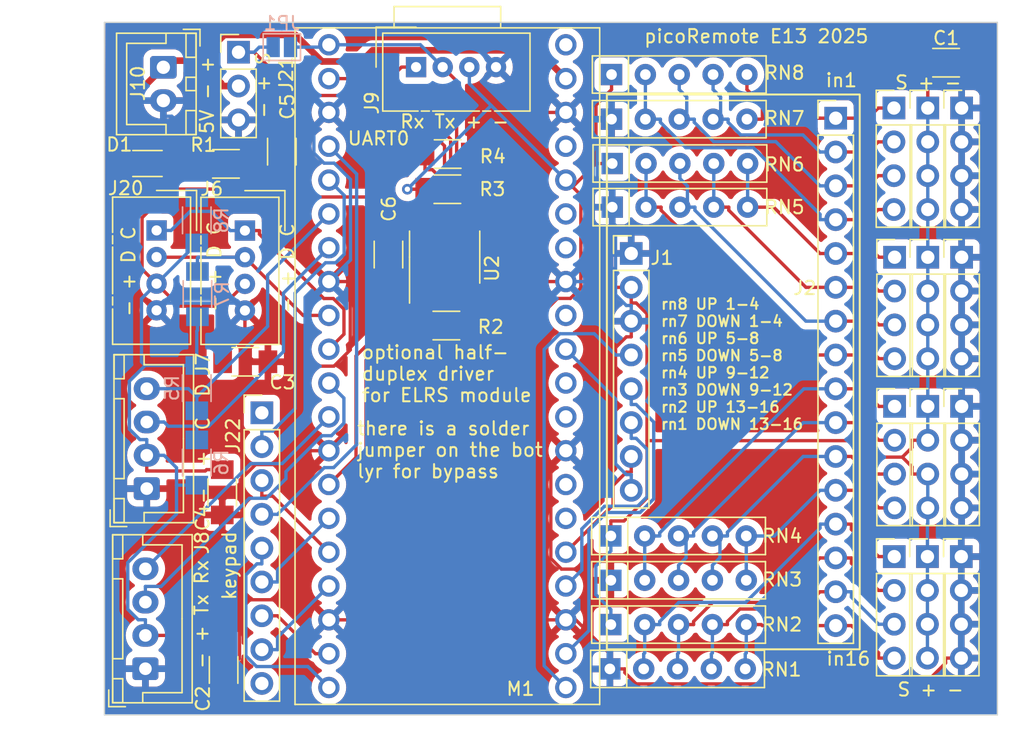
<source format=kicad_pcb>
(kicad_pcb (version 20221018) (generator pcbnew)
  (layers (0 "F.Cu" signal) (31 "B.Cu" signal) (34 "B.Paste" user) (35 "F.Paste" user) (36 "B.SilkS" user "B.Silkscreen") (37 "F.SilkS" user "F.Silkscreen") (38 "B.Mask" user) (39 "F.Mask" user) (44 "Edge.Cuts" user))
  (net 0 "")
  (net 1 "+3.3V")
  (net 2 "GND")
  (net 3 "Net-(D1-K)")
  (net 4 "+5V")
  (net 5 "Net-(J1-Pin_4)")
  (net 6 "Net-(J1-Pin_5)")
  (net 7 "Net-(J1-Pin_6)")
  (net 8 "Net-(J1-Pin_7)")
  (net 9 "Net-(J1-Pin_8)")
  (net 10 "Net-(J2-Pin_5)")
  (net 11 "Net-(J2-Pin_6)")
  (net 12 "Net-(J2-Pin_7)")
  (net 13 "Net-(J2-Pin_8)")
  (net 14 "Net-(J2-Pin_9)")
  (net 15 "Net-(J2-Pin_10)")
  (net 16 "Net-(J2-Pin_11)")
  (net 17 "Net-(J2-Pin_12)")
  (net 18 "Net-(J2-Pin_13)")
  (net 19 "Net-(J2-Pin_14)")
  (net 20 "Net-(J2-Pin_15)")
  (net 21 "Net-(J2-Pin_16)")
  (net 22 "/SCL")
  (net 23 "/SDA")
  (net 24 "/RF-RxD")
  (net 25 "/RF-TxD")
  (net 26 "/DMX-RxD")
  (net 27 "/DMX-TxD")
  (net 28 "Net-(J11-Pin_1)")
  (net 29 "Net-(J11-Pin_2)")
  (net 30 "Net-(J11-Pin_3)")
  (net 31 "Net-(J11-Pin_4)")
  (net 32 "/SDA1")
  (net 33 "/SCL1")
  (net 34 "Net-(J21-Pin_1)")
  (net 36 "/COL2")
  (net 37 "/ROW1")
  (net 47 "/COL1")
  (net 48 "/ROW4")
  (net 49 "/COL3")
  (net 50 "/ROW3")
  (net 51 "/ROW2")
  (net 53 "/RF-S{slash}R")
  (footprint "Connector_PinHeader_2.54mm:PinHeader_1x04_P2.54mm_Vertical" (layer "F.Cu") (at 132.8794 96.1644)
    (fp_text reference "J13" hide)
    (fp_text value "Conn_01x04")
  )
  (footprint "Connector:NS-Tech_Grove_1x04_P2mm_Vertical" (layer "F.Cu") (at 75.0128 94.1522)
    (fp_text reference "J20")
    (fp_text value "grove-ENCODER")
  )
  (footprint "fab:C_1206" (layer "F.Cu") (at 134.2528 81.5594)
    (fp_text reference "C1")
    (fp_text value "100n")
  )
  (footprint "Connector:NS-Tech_Grove_1x04_P2mm_Vertical" (layer "F.Cu") (at 81.6422 94.1644)
    (fp_text reference "J6")
    (fp_text value "grove-OLED")
  )
  (footprint "Connector_PinHeader_2.54mm:PinHeader_1x04_P2.54mm_Vertical" (layer "F.Cu") (at 132.8794 107.3658)
    (fp_text reference "J14" hide)
    (fp_text value "Conn_01x04")
  )
  (footprint "Connector_PinHeader_2.54mm:PinHeader_1x04_P2.54mm_Vertical" (layer "F.Cu") (at 135.394 118.6434)
    (fp_text reference "J19" hide)
    (fp_text value "Conn_01x04")
  )
  (footprint "Connector_JST:JST_XH_B4B-XH-A_1x04_P2.50mm_Vertical" (layer "F.Cu") (at 74.1746 127.0616 90)
    (fp_text reference "J8")
    (fp_text value "JST-RF")
  )
  (footprint "Connector_JST:JST_XH_B2B-XH-A_1x02_P2.50mm_Vertical" (layer "F.Cu") (at 75.5208 81.9042 -90)
    (fp_text reference "J10")
    (fp_text value "power")
  )
  (footprint "fab:RaspberryPi_PicoW_SocketTHT" (layer "F.Cu") (at 96.8314 104.3432)
    (fp_text reference "M1")
    (fp_text value "Module_RaspberryPi_PicoW_Combined")
  )
  (footprint "Connector_PinHeader_2.54mm:PinHeader_1x04_P2.54mm_Vertical" (layer "F.Cu") (at 135.4194 107.3658)
    (fp_text reference "J18" hide)
    (fp_text value "Conn_01x04")
  )
  (footprint "Resistor_THT:R_Array_SIP5" (layer "F.Cu") (at 109.1504 82.4484)
    (fp_text reference "RN8")
    (fp_text value "10k")
  )
  (footprint "Connector_PinHeader_2.54mm:PinHeader_1x04_P2.54mm_Vertical" (layer "F.Cu") (at 132.854 118.6434)
    (fp_text reference "J15" hide)
    (fp_text value "Conn_01x04")
  )
  (footprint "Package_SO:SSOP-8_3.9x5.05mm_P1.27mm" (layer "F.Cu") (at 96.6282 96.1564 90)
    (fp_text reference "U2")
    (fp_text value "74LVC2G241")
  )
  (footprint "fab:C_1206" (layer "F.Cu") (at 92.4118 95.963 -90)
    (fp_text reference "C6")
    (fp_text value "100n")
  )
  (footprint "fab:R_1206" (layer "F.Cu") (at 80.218 89.154)
    (fp_text reference "R1")
    (fp_text value "330R")
  )
  (footprint "Connector_PinHeader_2.54mm:PinHeader_1x04_P2.54mm_Vertical" (layer "F.Cu") (at 132.8794 84.963)
    (fp_text reference "J12" hide)
    (fp_text value "Conn_01x04")
  )
  (footprint "Resistor_THT:R_Array_SIP5" (layer "F.Cu") (at 109.0996 117.094)
    (fp_text reference "RN4")
    (fp_text value "10k")
  )
  (footprint "Connector:NS-Tech_Grove_1x04_P2mm_Vertical" (layer "F.Cu") (at 94.4824 81.8896 90)
    (fp_text reference "J9")
    (fp_text value "grove-serial")
  )
  (footprint "fab:R_1206" (layer "F.Cu") (at 96.757 101.2952)
    (fp_text reference "R2")
    (fp_text value "10k")
  )
  (footprint "Connector_PinHeader_2.54mm:PinHeader_1x04_P2.54mm_Vertical" (layer "F.Cu") (at 130.3902 96.1644)
    (fp_text reference "J3" hide)
    (fp_text value "Conn_01x04")
  )
  (footprint "Connector_JST:JST_XH_B4B-XH-A_1x04_P2.50mm_Vertical" (layer "F.Cu") (at 74.2762 113.538 90)
    (fp_text reference "J7")
    (fp_text value "JST-nunchuck")
  )
  (footprint "fab:LED_1206" (layer "F.Cu") (at 74.3288 89.154 180)
    (fp_text reference "D1")
    (fp_text value "LED")
  )
  (footprint "Connector_PinHeader_2.54mm:PinHeader_1x03_P2.54mm_Vertical" (layer "F.Cu") (at 81.1596 80.772)
    (fp_text reference "J21")
    (fp_text value "ELRS-out")
  )
  (footprint "Connector_PinHeader_2.54mm:PinHeader_1x09_P2.54mm_Vertical" (layer "F.Cu") (at 82.9122 107.8484)
    (fp_text reference "J22")
    (fp_text value "keypad")
  )
  (footprint "Connector_PinHeader_2.54mm:PinHeader_1x04_P2.54mm_Vertical" (layer "F.Cu") (at 135.4194 96.1644)
    (fp_text reference "J17" hide)
    (fp_text value "Conn_01x04")
  )
  (footprint "Resistor_THT:R_Array_SIP5" (layer "F.Cu") (at 109.0996 123.7488)
    (fp_text reference "RN2")
    (fp_text value "10k")
  )
  (footprint "Connector_PinHeader_2.54mm:PinHeader_1x16_P2.54mm_Vertical" (layer "F.Cu") (at 125.9706 85.725)
    (fp_text reference "J2")
    (fp_text value "multiplexer in")
  )
  (footprint "Resistor_THT:R_Array_SIP5" (layer "F.Cu") (at 109.2012 89.1286)
    (fp_text reference "RN6")
    (fp_text value "10k")
  )
  (footprint "Resistor_THT:R_Array_SIP5" (layer "F.Cu") (at 109.2012 92.4052)
    (fp_text reference "RN5")
    (fp_text value "10k")
  )
  (footprint "Connector_PinHeader_2.54mm:PinHeader_1x04_P2.54mm_Vertical" (layer "F.Cu") (at 135.4194 84.963)
    (fp_text reference "J16" hide)
    (fp_text value "Conn_01x04")
  )
  (footprint "fab:C_1206" (layer "F.Cu") (at 81.6676 104.013)
    (fp_text reference "C3")
    (fp_text value "100n")
  )
  (footprint "Resistor_THT:R_Array_SIP5" (layer "F.Cu") (at 109.1504 85.8012)
    (fp_text reference "RN7")
    (fp_text value "10k")
  )
  (footprint "fab:C_1206" (layer "F.Cu") (at 80.042 127.1542 -90)
    (fp_text reference "C2")
    (fp_text value "100n")
  )
  (footprint "Connector_PinHeader_2.54mm:PinHeader_1x04_P2.54mm_Vertical" (layer "F.Cu") (at 130.3394 84.963)
    (fp_text reference "J11" hide)
    (fp_text value "Conn_01x04")
  )
  (footprint "fab:R_1206" (layer "F.Cu") (at 96.8332 91.059)
    (fp_text reference "R3")
    (fp_text value "10k")
  )
  (footprint "fab:C_1206" (layer "F.Cu") (at 84.4108 88.2378 -90)
    (fp_text reference "C5")
    (fp_text value "100n")
  )
  (footprint "fab:C_1206" (layer "F.Cu") (at 79.9404 113.8156 -90)
    (fp_text reference "C4")
    (fp_text value "100n")
  )
  (footprint "Resistor_THT:R_Array_SIP5" (layer "F.Cu") (at 109.0234 127.0762)
    (fp_text reference "RN1")
    (fp_text value "10k")
  )
  (footprint "fab:R_1206" (layer "F.Cu") (at 96.855 88.4174)
    (fp_text reference "R4")
    (fp_text value "10k")
  )
  (footprint "Resistor_THT:R_Array_SIP5" (layer "F.Cu") (at 109.0996 120.4214)
    (fp_text reference "RN3")
    (fp_text value "10k")
  )
  (footprint "Connector_PinHeader_2.54mm:PinHeader_1x04_P2.54mm_Vertical" (layer "F.Cu") (at 130.3648 118.6434)
    (fp_text reference "J5" hide)
    (fp_text value "Conn_01x04")
  )
  (footprint "Connector_PinHeader_2.54mm:PinHeader_1x04_P2.54mm_Vertical" (layer "F.Cu") (at 130.3902 107.3658)
    (fp_text reference "J4" hide)
    (fp_text value "Conn_01x04")
  )
  (footprint "Connector_PinHeader_2.54mm:PinHeader_1x08_P2.54mm_Vertical" (layer "F.Cu") (at 110.629 95.885)
    (fp_text reference "J1")
    (fp_text value "multiplexer control")
  )
  (footprint "fab:R_1206" (layer "B.Cu") (at 78.0796 98.9348 90)
    (fp_text reference "R7")
    (fp_text value "4k7")
  )
  (footprint "fab:R_1206" (layer "B.Cu") (at 78.0288 93.394 90)
    (fp_text reference "R8")
    (fp_text value "4k7")
  )
  (footprint "fab:R_1206" (layer "B.Cu") (at 78.0288 105.9924 -90)
    (fp_text reference "R5")
    (fp_text value "4k7")
  )
  (footprint "Jumper:SolderJumper-2_P1.3mm_Open_Pad1.0x1.5mm" (layer "B.Cu") (at 84.4108 80.391 180)
    (fp_text reference "JP1")
    (fp_text value "bypass")
  )
  (footprint "fab:R_1206" (layer "B.Cu") (at 78.0288 111.5804 90)
    (fp_text reference "R6")
    (fp_text value "4k7")
  )
  (gr_rect (start 108.8002 83.947) (end 127.774 125.603) (stroke (width 0.15)) (fill none) (layer "F.SilkS"))
  (gr_line (start 138.1026 78.5328) (end 71.1026 78.5328) (stroke (width 0.1)) (layer "Edge.Cuts"))
  (gr_line (start 71.1026 78.5328) (end 71.1026 130.5328) (stroke (width 0.1)) (layer "Edge.Cuts"))
  (gr_line (start 71.1026 130.5328) (end 138.1026 130.5328) (stroke (width 0.1)) (layer "Edge.Cuts"))
  (gr_line (start 138.1026 130.5328) (end 138.1026 78.5328) (stroke (width 0.1)) (layer "Edge.Cuts"))
  (gr_text "keypad\n" (at 81.058 121.9962 90) (layer "F.SilkS") (effects (font (size 1 1)) (justify left bottom)))
  (gr_text "5V - +" (at 79.3816 86.995 90) (layer "F.SilkS") (effects (font (size 1 1)) (justify left bottom)))
  (gr_text "Rx Tx + -\n" (at 93.1992 86.5632) (layer "F.SilkS") (effects (font (size 1 1)) (justify left bottom)))
  (gr_text "-  +  C  D\n\n" (at 80.677 114.7826 90) (layer "F.SilkS") (effects (font (size 1 1)) (justify left bottom)))
  (gr_text "S + -" (at 130.5118 129.2098) (layer "F.SilkS") (effects (font (size 1 1)) (justify left bottom)))
  (gr_text "there is a solder \njumper on the bot\nlyr for bypass" (at 89.9734 112.8268) (layer "F.SilkS") (effects (font (size 1 1)) (justify left bottom)))
  (gr_text "- + D C\n" (at 73.4888 100.711 90) (layer "F.SilkS") (effects (font (size 1 1)) (justify left bottom)))
  (gr_text "UART0\n" (at 89.2622 87.8332) (layer "F.SilkS") (effects (font (size 1 1)) (justify left bottom)))
  (gr_text "- + S" (at 83.598 85.8266 90) (layer "F.SilkS") (effects (font (size 1 1)) (justify left bottom)))
  (gr_text "optional half-\nduplex driver\nfor ELRS module" (at 90.329 107.1118) (layer "F.SilkS") (effects (font (size 1 1)) (justify left bottom)))
  (gr_text "- + D C\n" (at 85.4014 100.4824 90) (layer "F.SilkS") (effects (font (size 1 1)) (justify left bottom)))
  (gr_text "in16" (at 125.1778 126.8984) (layer "F.SilkS") (effects (font (size 1 1)) (justify left bottom)))
  (gr_text "- + Tx Rx\n" (at 78.972 127.1542 90) (layer "F.SilkS") (effects (font (size 1 1)) (justify left bottom)))
  (gr_text "rn8 UP 1-4\nrn7 DOWN 1-4\nrn6 UP 5-8\nrn5 DOWN 5-8\nrn4 UP 9-12\nrn3 DOWN 9-12\nrn2 UP 13-16\nrn1 DOWN 13-16\n" (at 112.7826 109.1692) (layer "F.SilkS") (effects (font (size 0.8 0.8)) (justify left bottom)))
  (gr_text "S + -" (at 130.3394 83.633) (layer "F.SilkS") (effects (font (size 1 1)) (justify left bottom)))
  (gr_text "- + D C\n" (at 79.9404 100.3554 90) (layer "F.SilkS") (effects (font (size 1 1)) (justify left bottom)))
  (gr_text "in1" (at 125.127 83.4644) (layer "F.SilkS") (effects (font (size 1 1)) (justify left bottom)))
  (gr_text "picoRemote E13 2025" (at 111.5126 80.1624) (layer "F.SilkS") (effects (font (size 1 1)) (justify left bottom)))
  (segment (start 73.9239 93.202) (end 73.9239 97.0633) (width 0.25) (layer "F.Cu") (net 1))
  (segment (start 77.9725 124.5616) (end 78.8651 125.4542) (width 0.25) (layer "F.Cu") (net 1))
  (segment (start 107.9835 89.1286) (end 107.9835 84.7422) (width 0.25) (layer "F.Cu") (net 1))
  (segment (start 95.1332 91.059) (end 95.1332 92.2359) (width 0.25) (layer "F.Cu") (net 1))
  (segment (start 90.8189 91.6432) (end 92.4118 93.2361) (width 0.25) (layer "F.Cu") (net 1))
  (segment (start 95.057 101.2952) (end 96.0839 101.2952) (width 0.25) (layer "F.Cu") (net 1))
  (segment (start 78.6642 112.2149) (end 74.2762 112.2149) (width 0.25) (layer "F.Cu") (net 1))
  (segment (start 95.1332 91.059) (end 94.1063 91.059) (width 0.25) (layer "F.Cu") (net 1))
  (segment (start 85.6201 91.048) (end 86.2153 91.6432) (width 0.25) (layer "F.Cu") (net 1))
  (segment (start 132.5528 81.5594) (end 132.5528 82.7363) (width 0.25) (layer "F.Cu") (net 1))
  (segment (start 94.1063 91.059) (end 93.8282 91.059) (width 0.25) (layer "F.Cu") (net 1))
  (segment (start 106.0626 99.2572) (end 106.8483 98.4715) (width 0.25) (layer "F.Cu") (net 1))
  (segment (start 106.8483 98.425) (end 106.8483 91.5001) (width 0.25) (layer "F.Cu") (net 1))
  (segment (start 132.8794 112.4458) (end 131.7025 112.4458) (width 0.25) (layer "F.Cu") (net 1))
  (segment (start 109.1504 82.4484) (end 109.1504 83.5753) (width 0.25) (layer "F.Cu") (net 1))
  (segment (start 85.6201 91.048) (end 76.0779 91.048) (width 0.25) (layer "F.Cu") (net 1))
  (segment (start 86.2153 91.6432) (end 90.8189 91.6432) (width 0.25) (layer "F.Cu") (net 1))
  (segment (start 96.0839 101.2952) (end 97.2719 102.4832) (width 0.25) (layer "F.Cu") (net 1))
  (segment (start 131.7025 112.4458) (end 131.7025 111.9087) (width 0.25) (layer "F.Cu") (net 1))
  (segment (start 106.2302 90.8819) (end 107.9835 89.1286) (width 0.25) (layer "F.Cu") (net 1))
  (segment (start 131.7025 110.4429) (end 130.9696 111.1758) (width 0.25) (layer "F.Cu") (net 1))
  (segment (start 132.8794 109.9058) (end 131.7025 109.9058) (width 0.25) (layer "F.Cu") (net 1))
  (segment (start 131.7025 109.9058) (end 131.7025 110.4429) (width 0.25) (layer "F.Cu") (net 1))
  (segment (start 127.146 109.9392) (end 111.8114 109.9392) (width 0.25) (layer "F.Cu") (net 1))
  (segment (start 94.7232 93.2361) (end 92.4118 93.2361) (width 0.25) (layer "F.Cu") (net 1))
  (segment (start 110.629 98.425) (end 109.4521 98.425) (width 0.25) (layer "F.Cu") (net 1))
  (segment (start 106.8483 98.4715) (end 106.8483 98.425) (width 0.25) (layer "F.Cu") (net 1))
  (segment (start 111.8114 114.2413) (end 110.0856 115.9671) (width 0.25) (layer "F.Cu") (net 1))
  (segment (start 131.7025 111.9087) (end 130.9696 111.1758) (width 0.25) (layer "F.Cu") (net 1))
  (segment (start 111.8114 100.4165) (end 111.8114 109.9392) (width 0.25) (layer "F.Cu") (net 1))
  (segment (start 78.7635 112.1156) (end 78.6642 112.2149) (width 0.25) (layer "F.Cu") (net 1))
  (segment (start 76.6996 99.839) (end 75.0128 98.1522) (width 0.25) (layer "F.Cu") (net 1))
  (segment (start 111.8114 109.9392) (end 111.8114 114.2413) (width 0.25) (layer "F.Cu") (net 1))
  (segment (start 105.0943 99.2572) (end 106.0626 99.2572) (width 0.25) (layer "F.Cu") (net 1))
  (segment (start 132.8794 83.0629) (end 132.8794 84.963) (width 0.25) (layer "F.Cu") (net 1))
  (segment (start 79.9676 99.839) (end 76.6996 99.839) (width 0.25) (layer "F.Cu") (net 1))
  (segment (start 94.7232 92.6459) (end 95.1332 92.2359) (width 0.25) (layer "F.Cu") (net 1))
  (segment (start 107.9835 84.7422) (end 109.1504 83.5753) (width 0.25) (layer "F.Cu") (net 1))
  (segment (start 79.9676 104.013) (end 79.9676 99.839) (width 0.25) (layer "F.Cu") (net 1))
  (segment (start 73.9239 97.0633) (end 75.0128 98.1522) (width 0.25) (layer "F.Cu") (net 1))
  (segment (start 109.2012 89.1286) (end 108.0743 89.1286) (width 0.25) (layer "F.Cu") (net 1))
  (segment (start 74.2762 111.038) (end 74.2762 112.2149) (width 0.25) (layer "F.Cu") (net 1))
  (segment (start 92.4118 94.263) (end 92.4118 93.2361) (width 0.25) (layer "F.Cu") (net 1))
  (segment (start 106.2302 90.8819) (end 105.7214 90.3732) (width 0.25) (layer "F.Cu") (net 1))
  (segment (start 130.9696 111.1758) (end 128.3826 111.1758) (width 0.25) (layer "F.Cu") (net 1))
  (segment (start 74.1746 124.5616) (end 77.9725 124.5616) (width 0.25) (layer "F.Cu") (net 1))
  (segment (start 132.5528 82.7363) (end 132.8794 83.0629) (width 0.25) (layer "F.Cu") (net 1))
  (segment (start 79.9676 99.839) (end 81.6422 98.1644) (width 0.25) (layer "F.Cu") (net 1))
  (segment (start 85.6201 91.048) (end 85.6201 88.774) (width 0.25) (layer "F.Cu") (net 1))
  (segment (start 97.2719 102.4832) (end 101.8683 102.4832) (width 0.25) (layer "F.Cu") (net 1))
  (segment (start 84.4108 86.5378) (end 84.4108 87.5647) (width 0.25) (layer "F.Cu") (net 1))
  (segment (start 94.7232 93.4814) (end 94.7232 93.2361) (width 0.25) (layer "F.Cu") (net 1))
  (segment (start 85.6201 88.774) (end 84.4108 87.5647) (width 0.25) (layer "F.Cu") (net 1))
  (segment (start 79.9404 112.1156) (end 78.7635 112.1156) (width 0.25) (layer "F.Cu") (net 1))
  (segment (start 110.629 98.425) (end 110.629 99.6019) (width 0.25) (layer "F.Cu") (net 1))
  (segment (start 94.7232 93.2361) (end 94.7232 92.6459) (width 0.25) (layer "F.Cu") (net 1))
  (segment (start 110.9968 99.6019) (end 111.8114 100.4165) (width 0.25) (layer "F.Cu") (net 1))
  (segment (start 106.8483 98.425) (end 109.4521 98.425) (width 0.25) (layer "F.Cu") (net 1))
  (segment (start 107.9835 89.1286) (end 108.0743 89.1286) (width 0.25) (layer "F.Cu") (net 1))
  (segment (start 110.0856 115.9671) (end 109.0996 115.9671) (width 0.25) (layer "F.Cu") (net 1))
  (segment (start 76.0779 91.048) (end 73.9239 93.202) (width 0.25) (layer "F.Cu") (net 1))
  (segment (start 106.8483 91.5001) (end 106.2302 90.8819) (width 0.25) (layer "F.Cu") (net 1))
  (segment (start 128.3826 111.1758) (end 127.146 109.9392) (width 0.25) (layer "F.Cu") (net 1))
  (segment (start 110.629 99.6019) (end 110.9968 99.6019) (width 0.25) (layer "F.Cu") (net 1))
  (segment (start 80.042 125.4542) (end 78.8651 125.4542) (width 0.25) (layer "F.Cu") (net 1))
  (segment (start 101.8683 102.4832) (end 105.0943 99.2572) (width 0.25) (layer "F.Cu") (net 1))
  (segment (start 109.0996 117.094) (end 109.0996 115.9671) (width 0.25) (layer "F.Cu") (net 1))
  (via (at 93.8282 91.059) (size 0.8) (drill 0.4) (layers "F.Cu" "B.Cu") (net 1))
  (segment (start 76.5093 113.2804) (end 76.5093 115.4375) (width 0.25) (layer "B.Cu") (net 1))
  (segment (start 74.1536 104.2924) (end 78.0288 104.2924) (width 0.25) (layer "B.Cu") (net 1))
  (segment (start 73.8809 104.0197) (end 73.8809 99.2841) (width 0.25) (layer "B.Cu") (net 1))
  (segment (start 75.5781 111.038) (end 76.5093 111.9692) (width 0.25) (layer "B.Cu") (net 1))
  (segment (start 107.9727 119.3478) (end 109.0996 118.2209) (width 0.25) (layer "B.Cu") (net 1))
  (segment (start 98.4824 83.1342) (end 100.1177 84.7695) (width 0.25) (layer "B.Cu") (net 1))
  (segment (start 98.4824 81.8896) (end 98.4824 83.1342) (width 0.25) (layer "B.Cu") (net 1))
  (segment (start 76.5093 111.9692) (end 76.5093 113.2804) (width 0.25) (layer "B.Cu") (net 1))
  (segment (start 73.7613 109.8611) (end 72.9729 109.0727) (width 0.25) (layer "B.Cu") (net 1))
  (segment (start 132.854 121.1834) (end 132.854 118.6434) (width 0.25) (layer "B.Cu") (net 1))
  (segment (start 73.6385 123.3847) (end 74.1746 123.3847) (width 0.25) (layer "B.Cu") (net 1))
  (segment (start 132.8794 114.9858) (end 132.8794 116.1627) (width 0.25) (layer "B.Cu") (net 1))
  (segment (start 132.854 123.7234) (end 132.854 121.1834) (width 0.25) (layer "B.Cu") (net 1))
  (segment (start 75.0128 98.1522) (end 78.0288 95.1362) (width 0.25) (layer "B.Cu") (net 1))
  (segment (start 72.9729 105.4731) (end 74.1536 104.2924) (width 0.25) (layer "B.Cu") (net 1))
  (segment (start 74.2762 111.038) (end 74.2762 109.8611) (width 0.25) (layer "B.Cu") (net 1))
  (segment (start 74.2762 111.038) (end 75.5781 111.038) (width 0.25) (layer "B.Cu") (net 1))
  (segment (start 132.854 126.2634) (end 132.854 123.7234) (width 0.25) (layer "B.Cu") (net 1))
  (segment (start 132.8794 101.2444) (end 132.8794 98.7044) (width 0.25) (layer "B.Cu") (net 1))
  (segment (start 78.0288 104.2924) (end 78.0288 101.7125) (width 0.25) (layer "B.Cu") (net 1))
  (segment (start 100.1177 84.7695) (end 93.8282 91.059) (width 0.25) (layer "B.Cu") (net 1))
  (segment (start 109.0996 117.094) (end 109.0996 118.2209) (width 0.25) (layer "B.Cu") (net 1))
  (segment (start 132.8794 90.043) (end 132.8794 87.503) (width 0.25) (layer "B.Cu") (net 1))
  (segment (start 132.8794 107.3658) (end 132.8794 103.7844) (width 0.25) (layer "B.Cu") (net 1))
  (segment (start 132.8794 87.503) (end 132.8794 84.963) (width 0.25) (layer "B.Cu") (net 1))
  (segment (start 78.0796 100.6348) (end 78.0796 101.6617) (width 0.25) (layer "B.Cu") (net 1))
  (segment (start 107.9727 121.495) (end 107.9727 119.3478) (width 0.25) (layer "B.Cu") (net 1))
  (segment (start 132.8794 98.7044) (end 132.8794 96.1644) (width 0.25) (layer "B.Cu") (net 1))
  (segment (start 132.8794 90.043) (end 132.8794 92.583) (width 0.25) (layer "B.Cu") (net 1))
  (segment (start 78.0288 113.2804) (end 77.4404 113.2804) (width 0.25) (layer "B.Cu") (net 1))
  (segment (start 74.1536 104.2924) (end 73.8809 104.0197) (width 0.25) (layer "B.Cu") (net 1))
  (segment (start 72.9729 109.0727) (end 72.9729 105.4731) (width 0.25) (layer "B.Cu") (net 1))
  (segment (start 72.85 122.5962) (end 73.6385 123.3847) (width 0.25) (layer "B.Cu") (net 1))
  (segment (start 109.0996 123.7488) (end 109.0996 122.6219) (width 0.25) (layer "B.Cu") (net 1))
  (segment (start 132.8794 103.7844) (end 132.8794 101.2444) (width 0.25) (layer "B.Cu") (net 1))
  (segment (start 74.2762 109.8611) (end 73.7613 109.8611) (width 0.25) (layer "B.Cu") (net 1))
  (segment (start 72.85 119.0968) (end 72.85 122.5962) (width 0.25) (layer "B.Cu") (net 1))
  (segment (start 74.1746 124.5616) (end 74.1746 123.3847) (width 0.25) (layer "B.Cu") (net 1))
  (segment (start 132.8794 92.583) (end 132.8794 96.1644) (width 0.25) (layer "B.Cu") (net 1))
  (segment (start 100.1177 84.7695) (end 105.7214 90.3732) (width 0.25) (layer "B.Cu") (net 1))
  (segment (start 78.0288 101.7125) (end 78.0796 101.6617) (width 0.25) (layer "B.Cu") (net 1))
  (segment (start 76.5093 115.4375) (end 72.85 119.0968) (width 0.25) (layer "B.Cu") (net 1))
  (segment (start 132.8794 114.9858) (end 132.8794 112.4458) (width 0.25) (layer "B.Cu") (net 1))
  (segment (start 77.4404 113.2804) (end 76.5093 113.2804) (width 0.25) (layer "B.Cu") (net 1))
  (segment (start 109.0996 122.6219) (end 107.9727 121.495) (width 0.25) (layer "B.Cu") (net 1))
  (segment (start 132.8794 116.1627) (end 132.854 116.1881) (width 0.25) (layer "B.Cu") (net 1))
  (segment (start 73.8809 99.2841) (end 75.0128 98.1522) (width 0.25) (layer "B.Cu") (net 1))
  (segment (start 78.0288 95.1362) (end 78.0288 95.094) (width 0.25) (layer "B.Cu") (net 1))
  (segment (start 132.854 116.1881) (end 132.854 118.6434) (width 0.25) (layer "B.Cu") (net 1))
  (segment (start 132.8794 109.9058) (end 132.8794 107.3658) (width 0.25) (layer "B.Cu") (net 1))
  (segment (start 92.4118 97.663) (end 91.2349 97.663) (width 0.25) (layer "F.Cu") (net 2))
  (segment (start 105.7214 85.2932) (end 102.7061 85.2932) (width 0.25) (layer "F.Cu") (net 2))
  (segment (start 79.8692 127.6545) (end 80.042 127.8273) (width 0.25) (layer "F.Cu") (net 2))
  (segment (start 104.5945 111.8201) (end 104.5945 118.7838) (width 0.25) (layer "F.Cu") (net 2))
  (segment (start 79.9404 116.5425) (end 81.2358 117.8379) (width 0.25) (layer "F.Cu") (net 2))
  (segment (start 105.7214 110.6932) (end 104.5945 111.8201) (width 0.25) (layer "F.Cu") (net 2))
  (segment (start 132.6452 128.2031) (end 110.9954 128.2031) (width 0.25) (layer "F.Cu") (net 2))
  (segment (start 81.6422 100.1644) (end 81.6422 103.3145) (width 0.25) (layer "F.Cu") (net 2))
  (segment (start 135.394 126.2634) (end 134.2171 126.2634) (width 0.25) (layer "F.Cu") (net 2))
  (segment (start 81.918 89.154) (end 82.9449 89.154) (width 0.25) (layer "F.Cu") (net 2))
  (segment (start 105.3939 119.5832) (end 106.9637 119.5832) (width 0.25) (layer "F.Cu") (net 2))
  (segment (start 81.2358 126.2879) (end 79.8692 127.6545) (width 0.25) (layer "F.Cu") (net 2))
  (segment (start 81.6422 103.3145) (end 82.3407 104.013) (width 0.25) (layer "F.Cu") (net 2))
  (segment (start 110.2611 102.1419) (end 109.4521 102.9509) (width 0.25) (layer "F.Cu") (net 2))
  (segment (start 135.394 118.6434) (end 135.394 117.4665) (width 0.25) (layer "F.Cu") (net 2))
  (segment (start 135.9528 82.7363) (end 135.4194 83.2697) (width 0.25) (layer "F.Cu") (net 2))
  (segment (start 85.0901 104.3432) (end 84.9074 104.5259) (width 0.25) (layer "F.Cu") (net 2))
  (segment (start 107.8019 121.3127) (end 106.0944 123.0202) (width 0.25) (layer "F.Cu") (net 2))
  (segment (start 105.7214 97.9932) (end 99.3714 97.9932) (width 0.25) (layer "F.Cu") (net 2))
  (segment (start 109.0234 127.0762) (end 109.0234 125.9493) (width 0.25) (layer "F.Cu") (net 2))
  (segment (start 102.7061 85.2932) (end 102.7061 84.1133) (width 0.25) (layer "F.Cu") (net 2))
  (segment (start 135.9528 81.5594) (end 135.9528 82.7363) (width 0.25) (layer "F.Cu") (net 2))
  (segment (start 106.0944 123.0202) (end 109.0234 125.9493) (width 0.25) (layer "F.Cu") (net 2))
  (segment (start 82.4365 111.7342) (end 83.8664 111.7342) (width 0.25) (layer "F.Cu") (net 2))
  (segment (start 134.2171 126.6312) (end 132.6452 128.2031) (width 0.25) (layer "F.Cu") (net 2))
  (segment (start 83.3676 104.013) (end 84.3945 104.013) (width 0.25) (layer "F.Cu") (net 2))
  (segment (start 83.8664 111.7342) (end 84.9074 110.6932) (width 0.25) (layer "F.Cu") (net 2))
  (segment (start 110.9954 128.2031) (end 110.1503 127.358) (width 0.25) (layer "F.Cu") (net 2))
  (segment (start 84.4108 89.9378) (end 83.2339 89.9378) (width 0.25) (layer "F.Cu") (net 2))
  (segment (start 98.555 88.4174) (end 99.5819 88.4174) (width 0.25) (layer "F.Cu") (net 2))
  (segment (start 102.7061 84.1133) (end 100.4824 81.8896) (width 0.25) (layer "F.Cu") (net 2))
  (segment (start 109.4521 106.9625) (end 105.7214 110.6932) (width 0.25) (layer "F.Cu") (net 2))
  (segment (start 102.7061 85.2932) (end 99.5819 88.4174) (width 0.25) (layer "F.Cu") (net 2))
  (segment (start 74.1746 127.0616) (end 79.2763 127.0616) (width 0.25) (layer "F.Cu") (net 2))
  (segment (start 83.2339 89.443) (end 82.9449 89.154) (width 0.25) (layer "F.Cu") (net 2))
  (segment (start 79.9404 115.0021) (end 79.9404 115.5156) (width 0.25) (layer "F.Cu") (net 2))
  (segment (start 79.9404 114.4887) (end 81.2881 113.141) (width 0.25) (layer "F.Cu") (net 2))
  (segment (start 79.9404 115.5156) (end 79.9404 116.5425) (width 0.25) (layer "F.Cu") (net 2))
  (segment (start 84.9074 110.6932) (end 87.9414 110.6932) (width 0.25) (layer "F.Cu") (net 2))
  (segment (start 79.9404 115.0021) (end 79.9404 114.4887) (width 0.25) (layer "F.Cu") (net 2))
  (segment (start 74.2762 113.538) (end 78.9897 113.538) (width 0.25) (layer "F.Cu") (net 2))
  (segment (start 110.629 102.1419) (end 110.2611 102.1419) (width 0.25) (layer "F.Cu") (net 2))
  (segment (start 80.042 128.8542) (end 80.042 127.8273) (width 0.25) (layer "F.Cu") (net 2))
  (segment (start 89.5459 103.1214) (end 88.3241 104.3432) (width 0.25) (layer "F.Cu") (net 2))
  (segment (start 81.2358 121.8842) (end 81.2358 126.2879) (width 0.25) (layer "F.Cu") (net 2))
  (segment (start 106.9637 119.5832) (end 107.8019 120.4214) (width 0.25) (layer "F.Cu") (net 2))
  (segment (start 106.0944 123.0202) (end 105.7214 123.3932) (width 0.25) (layer "F.Cu") (net 2))
  (segment (start 86.4324 121.8842) (end 87.9414 123.3932) (width 0.25) (layer "F.Cu") (net 2))
  (segment (start 83.3676 104.013) (end 82.3407 104.013) (width 0.25) (layer "F.Cu") (net 2))
  (segment (start 81.1596 85.852) (end 81.1596 87.2187) (width 0.25) (layer "F.Cu") (net 2))
  (segment (start 89.5459 97.9932) (end 89.5459 103.1214) (width 0.25) (layer "F.Cu") (net 2))
  (segment (start 81.918 89.154) (end 81.918 87.9771) (width 0.25) (layer "F.Cu") (net 2))
  (segment (start 109.0996 120.4214) (end 107.9727 120.4214) (width 0.25) (layer "F.Cu") (net 2))
  (segment (start 90.9047 97.9932) (end 91.2349 97.663) (width 0.25) (layer "F.Cu") (net 2))
  (segment (start 135.4194 117.4411) (end 135.4194 114.9858) (width 0.25) (layer "F.Cu") (net 2))
  (segment (start 81.2358 117.8379) (end 81.2358 121.8842) (width 0.25) (layer "F.Cu") (net 2))
  (segment (start 107.8019 120.4214) (end 107.9727 120.4214) (width 0.25) (layer "F.Cu") (net 2))
  (segment (start 134.2171 126.2634) (end 134.2171 126.6312) (width 0.25) (layer "F.Cu") (net 2))
  (segment (start 81.1596 87.2187) (end 81.918 87.9771) (width 0.25) (layer "F.Cu") (net 2))
  (segment (start 110.629 100.965) (end 110.629 102.1419) (width 0.25) (layer "F.Cu") (net 2))
  (segment (start 83.2339 89.9378) (end 83.2339 89.443) (width 0.25) (layer "F.Cu") (net 2))
  (segment (start 81.2882 113.141) (end 81.2882 112.8825) (width 0.25) (layer "F.Cu") (net 2))
  (segment (start 104.5945 118.7838) (end 105.3939 119.5832) (width 0.25) (layer "F.Cu") (net 2))
  (segment (start 109.4521 102.9509) (end 109.4521 106.9625) (width 0.25) (layer "F.Cu") (net 2))
  (segment (start 88.3241 104.3432) (end 85.0901 104.3432) (width 0.25) (layer "F.Cu") (net 2))
  (segment (start 81.2881 113.141) (end 81.2882 113.141) (width 0.25) (layer "F.Cu") (net 2))
  (segment (start 84.9074 110.6932) (end 84.9074 104.5259) (width 0.25) (layer "F.Cu") (net 2))
  (segment (start 89.5459 97.9932) (end 90.9047 97.9932) (width 0.25) (layer "F.Cu") (net 2))
  (segment (start 109.0234 127.0762) (end 110.1503 127.0762) (width 0.25) (layer "F.Cu") (net 2))
  (segment (start 99.3714 97.9932) (end 98.5332 98.8314) (width 0.25) (layer "F.Cu") (net 2))
  (segment (start 135.4194 83.2697) (end 135.4194 84.963) (width 0.25) (layer "F.Cu") (net 2))
  (segment (start 78.9897 113.538) (end 79.9404 114.4887) (width 0.25) (layer "F.Cu") (net 2))
  (segment (start 107.8019 120.4214) (end 107.8019 121.3127) (width 0.25) (layer "F.Cu") (net 2))
  (segment (start 135.394 117.4665) (end 135.4194 117.4411) (width 0.25) (layer "F.Cu") (net 2))
  (segment (start 84.9074 104.5259) (end 84.3945 104.013) (width 0.25) (layer "F.Cu") (net 2))
  (segment (start 81.2882 112.8825) (end 82.4365 111.7342) (width 0.25) (layer "F.Cu") (net 2))
  (segment (start 81.2358 121.8842) (end 86.4324 121.8842) (width 0.25) (layer "F.Cu") (net 2))
  (segment (start 87.9414 97.9932) (end 89.5459 97.9932) (width 0.25) (layer "F.Cu") (net 2))
  (segment (start 105.7214 123.3932) (end 87.9414 123.3932) (width 0.25) (layer "F.Cu") (net 2))
  (segment (start 79.2763 127.0616) (end 79.8692 127.6545) (width 0.25) (layer "F.Cu") (net 2))
  (segment (start 110.1503 127.358) (end 110.1503 127.0762) (width 0.25) (layer "F.Cu") (net 2))
  (segment (start 86.8145 86.4201) (end 87.9414 85.2932) (width 0.25) (layer "B.Cu") (net 2))
  (segment (start 81.0857 99.6079) (end 75.5571 99.6079) (width 0.25) (layer "B.Cu") (net 2))
  (segment (start 135.394 126.2634) (end 135.394 123.7234) (width 0.25) (layer "B.Cu") (net 2))
  (segment (start 135.4194 109.9058) (end 135.4194 107.3658) (width 0.25) (layer "B.Cu") (net 2))
  (segment (start 109.1504 86.9281) (end 108.4324 87.6461) (width 0.25) (layer "B.Cu") (net 2))
  (segment (start 109.4521 97.9932) (end 105.7214 97.9932) (width 0.25) (layer "B.Cu") (net 2))
  (segment (start 135.4194 101.2444) (end 135.4194 103.7844) (width 0.25) (layer "B.Cu") (net 2))
  (segment (start 108.4324 87.6461) (end 108.0743 87.6461) (width 0.25) (layer "B.Cu") (net 2))
  (segment (start 135.4194 90.043) (end 135.4194 92.583) (width 0.25) (layer "B.Cu") (net 2))
  (segment (start 75.5571 99.6079) (end 75.0128 100.1522) (width 0.25) (layer "B.Cu") (net 2))
  (segment (start 109.1504 85.8012) (end 109.1504 86.9281) (width 0.25) (layer "B.Cu") (net 2))
  (segment (start 81.6422 100.1644) (end 81.0857 99.6079) (width 0.25) (layer "B.Cu") (net 2))
  (segment (start 81.1596 85.852) (end 82.3365 85.852) (width 0.25) (layer "B.Cu") (net 2))
  (segment (start 109.4521 93.783) (end 109.2012 93.5321) (width 0.25) (layer "B.Cu") (net 2))
  (segment (start 88.3409 89.1032) (end 89.5623 90.3246) (width 0.25) (layer "B.Cu") (net 2))
  (segment (start 109.2012 91.2783) (end 108.0743 90.1514) (width 0.25) (layer "B.Cu") (net 2))
  (segment (start 79.9827 85.852) (end 76.4284 85.852) (width 0.25) (layer "B.Cu") (net 2))
  (segment (start 86.8145 86.4201) (end 82.9046 86.4201) (width 0.25) (layer "B.Cu") (net 2))
  (segment (start 108.0743 90.1514) (end 108.0743 87.6461) (width 0.25) (layer "B.Cu") (net 2))
  (segment (start 89.5623 96.3723) (end 87.9414 97.9932) (width 0.25) (layer "B.Cu") (net 2))
  (segment (start 109.4521 95.885) (end 109.4521 93.783) (width 0.25) (layer "B.Cu") (net 2))
  (segment (start 110.2611 99.7881) (end 109.4521 98.9791) (width 0.25) (layer "B.Cu") (net 2))
  (segment (start 81.1596 85.852) (end 79.9827 85.852) (width 0.25) (layer "B.Cu") (net 2))
  (segment (start 135.4194 101.2444) (end 135.4194 98.7044) (width 0.25) (layer "B.Cu") (net 2))
  (segment (start 135.4194 112.4458) (end 135.4194 109.9058) (width 0.25) (layer "B.Cu") (net 2))
  (segment (start 87.5784 89.1032) (end 88.3409 89.1032) (width 0.25) (layer "B.Cu") (net 2))
  (segment (start 76.4284 85.852) (end 76.1575 85.5811) (width 0.25) (layer "B.Cu") (net 2))
  (segment (start 135.394 123.7234) (end 135.394 121.1834) (width 0.25) (layer "B.Cu") (net 2))
  (segment (start 135.4194 87.503) (end 135.4194 84.963) (width 0.25) (layer "B.Cu") (net 2))
  (segment (start 109.2012 92.4052) (end 109.2012 91.2783) (width 0.25) (layer "B.Cu") (net 2))
  (segment (start 110.629 95.885) (end 109.4521 95.885) (width 0.25) (layer "B.Cu") (net 2))
  (segment (start 109.4521 98.9791) (end 109.4521 97.9932) (width 0.25) (layer "B.Cu") (net 2))
  (segment (start 75.5208 84.4042) (end 75.5208 85.5811) (width 0.25) (layer "B.Cu") (net 2))
  (segment (start 109.2012 92.4052) (end 109.2012 93.5321) (width 0.25) (layer "B.Cu") (net 2))
  (segment (start 86.8145 86.4201) (end 86.8145 88.3393) (width 0.25) (layer "B.Cu") (net 2))
  (segment (start 135.4194 90.043) (end 135.4194 87.503) (width 0.25) (layer "B.Cu") (net 2))
  (segment (start 89.5623 90.3246) (end 89.5623 96.3723) (width 0.25) (layer "B.Cu") (net 2))
  (segment (start 109.4521 97.9932) (end 109.4521 95.885) (width 0.25) (layer "B.Cu") (net 2))
  (segment (start 76.1575 85.5811) (end 75.5208 85.5811) (width 0.25) (layer "B.Cu") (net 2))
  (segment (start 110.629 99.7881) (end 110.2611 99.7881) (width 0.25) (layer "B.Cu") (net 2))
  (segment (start 135.4194 92.583) (end 135.4194 96.1644) (width 0.25) (layer "B.Cu") (net 2))
  (segment (start 86.8145 88.3393) (end 87.5784 89.1032) (width 0.25) (layer "B.Cu") (net 2))
  (segment (start 135.4194 98.7044) (end 135.4194 96.1644) (width 0.25) (layer "B.Cu") (net 2))
  (segment (start 135.4194 114.9858) (end 135.4194 112.4458) (width 0.25) (layer "B.Cu") (net 2))
  (segment (start 135.394 121.1834) (end 135.394 118.6434) (width 0.25) (layer "B.Cu") (net 2))
  (segment (start 110.629 100.965) (end 110.629 99.7881) (width 0.25) (layer "B.Cu") (net 2))
  (segment (start 82.9046 86.4201) (end 82.3365 85.852) (width 0.25) (layer "B.Cu") (net 2))
  (segment (start 135.4194 103.7844) (end 135.4194 107.3658) (width 0.25) (layer "B.Cu") (net 2))
  (segment (start 108.0743 87.6461) (end 105.7214 85.2932) (width 0.25) (layer "B.Cu") (net 2))
  (segment (start 76.0288 89.154) (end 78.518 89.154) (width 0.25) (layer "F.Cu") (net 3))
  (segment (start 76.0203 81.4047) (end 75.5208 81.9042) (width 0.5) (layer "F.Cu") (net 4))
  (segment (start 91.2257 80.6272) (end 103.5954 80.6272) (width 0.5) (layer "F.Cu") (net 4))
  (segment (start 85.4279 79.4701) (end 87.4229 81.4651) (width 0.5) (layer "F.Cu") (net 4))
  (segment (start 78.1602 81.4047) (end 78.1601 81.4047) (width 0.5) (layer "F.Cu") (net 4))
  (segment (start 78.1602 81.4047) (end 80.0948 79.4701) (width 0.5) (layer "F.Cu") (net 4))
  (segment (start 79.8577 83.312) (end 79.8577 83.1023) (width 0.5) (layer "F.Cu") (net 4))
  (segment (start 81.1596 83.312) (end 79.8577 83.312) (width 0.5) (layer "F.Cu") (net 4))
  (segment (start 80.0948 79.4701) (end 85.4279 79.4701) (width 0.5) (layer "F.Cu") (net 4))
  (segment (start 72.6288 84.7962) (end 75.5208 81.9042) (width 0.5) (layer "F.Cu") (net 4))
  (segment (start 103.5954 80.6272) (end 105.7214 82.7532) (width 0.5) (layer "F.Cu") (net 4))
  (segment (start 90.3878 81.4651) (end 91.2257 80.6272) (width 0.5) (layer "F.Cu") (net 4))
  (segment (start 79.8577 83.1023) (end 78.1602 81.4047) (width 0.5) (layer "F.Cu") (net 4))
  (segment (start 78.1601 81.4047) (end 76.0203 81.4047) (width 0.5) (layer "F.Cu") (net 4))
  (segment (start 72.6288 89.154) (end 72.6288 84.7962) (width 0.5) (layer "F.Cu") (net 4))
  (segment (start 87.4229 81.4651) (end 90.3878 81.4651) (width 0.5) (layer "F.Cu") (net 4))
  (segment (start 109.4521 103.505) (end 107.8567 101.9096) (width 0.25) (layer "B.Cu") (net 5))
  (segment (start 110.629 103.505) (end 109.4521 103.505) (width 0.25) (layer "B.Cu") (net 5))
  (segment (start 105.2706 101.9096) (end 104.0928 103.0874) (width 0.25) (layer "B.Cu") (net 5))
  (segment (start 104.0928 103.0874) (end 104.0928 126.8446) (width 0.25) (layer "B.Cu") (net 5))
  (segment (start 104.0928 126.8446) (end 105.7214 128.4732) (width 0.25) (layer "B.Cu") (net 5))
  (segment (start 107.8567 101.9096) (end 105.2706 101.9096) (width 0.25) (layer "B.Cu") (net 5))
  (segment (start 108.7896 115.3348) (end 111.2887 115.3348) (width 0.25) (layer "B.Cu") (net 6))
  (segment (start 107.4489 124.2057) (end 107.4489 116.6755) (width 0.25) (layer "B.Cu") (net 6))
  (segment (start 107.4489 116.6755) (end 108.7896 115.3348) (width 0.25) (layer "B.Cu") (net 6))
  (segment (start 110.629 106.045) (end 110.629 107.2219) (width 0.25) (layer "B.Cu") (net 6))
  (segment (start 105.7214 125.9332) (end 107.4489 124.2057) (width 0.25) (layer "B.Cu") (net 6))
  (segment (start 110.9968 107.2219) (end 110.629 107.2219) (width 0.25) (layer "B.Cu") (net 6))
  (segment (start 112.3145 114.309) (end 112.3145 108.5396) (width 0.25) (layer "B.Cu") (net 6))
  (segment (start 111.2887 115.3348) (end 112.3145 114.309) (width 0.25) (layer "B.Cu") (net 6))
  (segment (start 112.3145 108.5396) (end 110.9968 107.2219) (width 0.25) (layer "B.Cu") (net 6))
  (segment (start 110.629 108.585) (end 110.629 109.7619) (width 0.25) (layer "B.Cu") (net 7))
  (segment (start 108.6237 114.8616) (end 106.9214 116.5639) (width 0.25) (layer "B.Cu") (net 7))
  (segment (start 111.8335 110.5986) (end 111.8335 114.1369) (width 0.25) (layer "B.Cu") (net 7))
  (segment (start 110.9968 109.7619) (end 111.8335 110.5986) (width 0.25) (layer "B.Cu") (net 7))
  (segment (start 106.9214 119.6532) (end 105.7214 120.8532) (width 0.25) (layer "B.Cu") (net 7))
  (segment (start 111.1088 114.8616) (end 108.6237 114.8616) (width 0.25) (layer "B.Cu") (net 7))
  (segment (start 111.8335 114.1369) (end 111.1088 114.8616) (width 0.25) (layer "B.Cu") (net 7))
  (segment (start 110.629 109.7619) (end 110.9968 109.7619) (width 0.25) (layer "B.Cu") (net 7))
  (segment (start 106.9214 116.5639) (end 106.9214 119.6532) (width 0.25) (layer "B.Cu") (net 7))
  (segment (start 105.7214 118.3132) (end 109.2644 114.7702) (width 0.25) (layer "F.Cu") (net 8))
  (segment (start 109.2644 113.3007) (end 110.2632 112.3019) (width 0.25) (layer "F.Cu") (net 8))
  (segment (start 110.629 111.125) (end 110.629 112.3019) (width 0.25) (layer "F.Cu") (net 8))
  (segment (start 110.2632 112.3019) (end 110.629 112.3019) (width 0.25) (layer "F.Cu") (net 8))
  (segment (start 109.2644 114.7702) (end 109.2644 113.3007) (width 0.25) (layer "F.Cu") (net 8))
  (segment (start 109.4521 106.8039) (end 105.7214 103.0732) (width 0.25) (layer "B.Cu") (net 9))
  (segment (start 110.629 112.4881) (end 110.2611 112.4881) (width 0.25) (layer "B.Cu") (net 9))
  (segment (start 110.2611 112.4881) (end 109.4521 111.6791) (width 0.25) (layer "B.Cu") (net 9))
  (segment (start 109.4521 111.6791) (end 109.4521 106.8039) (width 0.25) (layer "B.Cu") (net 9))
  (segment (start 110.629 113.665) (end 110.629 112.4881) (width 0.25) (layer "B.Cu") (net 9))
  (segment (start 121.3139 92.4052) (end 119.3612 92.4052) (width 0.25) (layer "F.Cu") (net 10))
  (segment (start 130.3902 96.1644) (end 129.2133 96.1644) (width 0.25) (layer "F.Cu") (net 10))
  (segment (start 124.7937 95.885) (end 121.3139 92.4052) (width 0.25) (layer "F.Cu") (net 10))
  (segment (start 128.9339 95.885) (end 129.2133 96.1644) (width 0.25) (layer "F.Cu") (net 10))
  (segment (start 125.9706 95.885) (end 124.7937 95.885) (width 0.25) (layer "F.Cu") (net 10))
  (segment (start 125.9706 95.885) (end 128.9339 95.885) (width 0.25) (layer "F.Cu") (net 10))
  (segment (start 119.3612 92.4052) (end 119.3612 89.1286) (width 0.25) (layer "B.Cu") (net 10))
  (segment (start 124.7937 98.425) (end 123.7344 98.425) (width 0.25) (layer "F.Cu") (net 11))
  (segment (start 117.9481 92.6387) (end 117.9481 92.4052) (width 0.25) (layer "F.Cu") (net 11))
  (segment (start 129.2133 98.7044) (end 128.9339 98.425) (width 0.25) (layer "F.Cu") (net 11))
  (segment (start 116.8212 92.4052) (end 117.9481 92.4052) (width 0.25) (layer "F.Cu") (net 11))
  (segment (start 125.9706 98.425) (end 124.7937 98.425) (width 0.25) (layer "F.Cu") (net 11))
  (segment (start 123.7344 98.425) (end 117.9481 92.6387) (width 0.25) (layer "F.Cu") (net 11))
  (segment (start 130.3902 98.7044) (end 129.2133 98.7044) (width 0.25) (layer "F.Cu") (net 11))
  (segment (start 128.9339 98.425) (end 125.9706 98.425) (width 0.25) (layer "F.Cu") (net 11))
  (segment (start 116.8212 92.4052) (end 116.8212 89.1286) (width 0.25) (layer "B.Cu") (net 11))
  (segment (start 130.3902 101.2444) (end 129.2133 101.2444) (width 0.25) (layer "F.Cu") (net 12))
  (segment (start 125.9706 100.965) (end 128.9339 100.965) (width 0.25) (layer "F.Cu") (net 12))
  (segment (start 128.9339 100.965) (end 129.2133 101.2444) (width 0.25) (layer "F.Cu") (net 12))
  (segment (start 114.8447 92.4052) (end 115.4081 92.4052) (width 0.25) (layer "B.Cu") (net 12))
  (segment (start 114.2812 92.4052) (end 114.8447 92.4052) (width 0.25) (layer "B.Cu") (net 12))
  (segment (start 114.8447 92.4052) (end 114.8447 90.819) (width 0.25) (layer "B.Cu") (net 12))
  (segment (start 125.9706 100.965) (end 123.7344 100.965) (width 0.25) (layer "B.Cu") (net 12))
  (segment (start 114.8447 90.819) (end 114.2812 90.2555) (width 0.25) (layer "B.Cu") (net 12))
  (segment (start 115.4081 92.6387) (end 115.4081 92.4052) (width 0.25) (layer "B.Cu") (net 12))
  (segment (start 123.7344 100.965) (end 115.4081 92.6387) (width 0.25) (layer "B.Cu") (net 12))
  (segment (start 114.2812 89.1286) (end 114.2812 90.2555) (width 0.25) (layer "B.Cu") (net 12))
  (segment (start 125.9706 103.505) (end 123.7344 103.505) (width 0.25) (layer "F.Cu") (net 13))
  (segment (start 111.7412 92.4052) (end 112.8681 92.4052) (width 0.25) (layer "F.Cu") (net 13))
  (segment (start 130.3902 103.7844) (end 129.2133 103.7844) (width 0.25) (layer "F.Cu") (net 13))
  (segment (start 129.2133 103.7844) (end 128.9339 103.505) (width 0.25) (layer "F.Cu") (net 13))
  (segment (start 128.9339 103.505) (end 125.9706 103.505) (width 0.25) (layer "F.Cu") (net 13))
  (segment (start 112.8681 92.6387) (end 112.8681 92.4052) (width 0.25) (layer "F.Cu") (net 13))
  (segment (start 123.7344 103.505) (end 112.8681 92.6387) (width 0.25) (layer "F.Cu") (net 13))
  (segment (start 111.7412 92.4052) (end 111.7412 89.1286) (width 0.25) (layer "B.Cu") (net 13))
  (segment (start 127.8925 106.045) (end 129.2133 107.3658) (width 0.25) (layer "F.Cu") (net 14))
  (segment (start 130.3902 107.3658) (end 129.2133 107.3658) (width 0.25) (layer "F.Cu") (net 14))
  (segment (start 125.9706 106.045) (end 127.8925 106.045) (width 0.25) (layer "F.Cu") (net 14))
  (segment (start 125.9706 106.045) (end 123.582 106.045) (width 0.25) (layer "B.Cu") (net 14))
  (segment (start 112.7665 116.8605) (end 112.7665 117.094) (width 0.25) (layer "B.Cu") (net 14))
  (segment (start 111.6396 117.094) (end 112.7665 117.094) (width 0.25) (layer "B.Cu") (net 14))
  (segment (start 111.6396 120.4214) (end 111.6396 117.094) (width 0.25) (layer "B.Cu") (net 14))
  (segment (start 123.582 106.045) (end 112.7665 116.8605) (width 0.25) (layer "B.Cu") (net 14))
  (segment (start 125.9706 108.585) (end 127.8925 108.585) (width 0.25) (layer "F.Cu") (net 15))
  (segment (start 127.8925 108.585) (end 129.2133 109.9058) (width 0.25) (layer "F.Cu") (net 15))
  (segment (start 130.3902 109.9058) (end 129.2133 109.9058) (width 0.25) (layer "F.Cu") (net 15))
  (segment (start 114.1796 120.4214) (end 114.1796 119.2945) (width 0.25) (layer "B.Cu") (net 15))
  (segment (start 115.3065 116.8123) (end 123.5338 108.585) (width 0.25) (layer "B.Cu") (net 15))
  (segment (start 115.3065 117.094) (end 115.3065 116.8123) (width 0.25) (layer "B.Cu") (net 15))
  (segment (start 114.7431 117.094) (end 115.3065 117.094) (width 0.25) (layer "B.Cu") (net 15))
  (segment (start 114.7431 118.731) (end 114.1796 119.2945) (width 0.25) (layer "B.Cu") (net 15))
  (segment (start 123.5338 108.585) (end 125.9706 108.585) (width 0.25) (layer "B.Cu") (net 15))
  (segment (start 114.7431 117.094) (end 114.7431 118.731) (width 0.25) (layer "B.Cu") (net 15))
  (segment (start 114.1796 117.094) (end 114.7431 117.094) (width 0.25) (layer "B.Cu") (net 15))
  (segment (start 130.3902 112.4458) (end 129.2133 112.4458) (width 0.25) (layer "F.Cu") (net 16))
  (segment (start 125.9706 111.125) (end 127.1475 111.125) (width 0.25) (layer "F.Cu") (net 16))
  (segment (start 128.4683 112.4458) (end 129.2133 112.4458) (width 0.25) (layer "F.Cu") (net 16))
  (segment (start 127.1475 111.125) (end 128.4683 112.4458) (width 0.25) (layer "F.Cu") (net 16))
  (segment (start 117.8465 116.8123) (end 123.5338 111.125) (width 0.25) (layer "B.Cu") (net 16))
  (segment (start 116.7196 120.4214) (end 116.7196 119.2945) (width 0.25) (layer "B.Cu") (net 16))
  (segment (start 117.8465 117.094) (end 117.8465 116.8123) (width 0.25) (layer "B.Cu") (net 16))
  (segment (start 116.7196 117.094) (end 117.2831 117.094) (width 0.25) (layer "B.Cu") (net 16))
  (segment (start 117.2831 117.094) (end 117.8465 117.094) (width 0.25) (layer "B.Cu") (net 16))
  (segment (start 117.2831 117.094) (end 117.2831 118.731) (width 0.25) (layer "B.Cu") (net 16))
  (segment (start 117.2831 118.731) (end 116.7196 119.2945) (width 0.25) (layer "B.Cu") (net 16))
  (segment (start 123.5338 111.125) (end 125.9706 111.125) (width 0.25) (layer "B.Cu") (net 16))
  (segment (start 130.3902 114.9858) (end 129.2133 114.9858) (width 0.25) (layer "F.Cu") (net 17))
  (segment (start 125.9706 113.665) (end 127.8925 113.665) (width 0.25) (layer "F.Cu") (net 17))
  (segment (start 127.8925 113.665) (end 129.2133 114.9858) (width 0.25) (layer "F.Cu") (net 17))
  (segment (start 121.3647 117.094) (end 124.7937 113.665) (width 0.25) (layer "B.Cu") (net 17))
  (segment (start 119.2596 120.4214) (end 119.2596 119.2945) (width 0.25) (layer "B.Cu") (net 17))
  (segment (start 119.2596 117.094) (end 119.2596 119.2945) (width 0.25) (layer "B.Cu") (net 17))
  (segment (start 119.2596 117.094) (end 121.3647 117.094) (width 0.25) (layer "B.Cu") (net 17))
  (segment (start 125.9706 113.665) (end 124.7937 113.665) (width 0.25) (layer "B.Cu") (net 17))
  (segment (start 127.1475 116.205) (end 127.1475 116.603) (width 0.25) (layer "F.Cu") (net 18))
  (segment (start 125.9706 116.205) (end 127.1475 116.205) (width 0.25) (layer "F.Cu") (net 18))
  (segment (start 130.3648 118.6434) (end 129.1879 118.6434) (width 0.25) (layer "F.Cu") (net 18))
  (segment (start 127.1475 116.603) (end 129.1879 118.6434) (width 0.25) (layer "F.Cu") (net 18))
  (segment (start 125.9706 116.205) (end 124.7937 116.205) (width 0.25) (layer "B.Cu") (net 18))
  (segment (start 111.6396 123.7488) (end 112.7665 123.7488) (width 0.25) (layer "B.Cu") (net 18))
  (segment (start 111.6396 125.8731) (end 111.6396 123.7488) (width 0.25) (layer "B.Cu") (net 18))
  (segment (start 112.7665 123.5153) (end 112.7665 123.7488) (width 0.25) (layer "B.Cu") (net 18))
  (segment (start 114.1967 122.0851) (end 112.7665 123.5153) (width 0.25) (layer "B.Cu") (net 18))
  (segment (start 119.2078 122.0851) (end 114.1967 122.0851) (width 0.25) (layer "B.Cu") (net 18))
  (segment (start 111.5634 125.9493) (end 111.6396 125.8731) (width 0.25) (layer "B.Cu") (net 18))
  (segment (start 124.7937 116.4992) (end 119.2078 122.0851) (width 0.25) (layer "B.Cu") (net 18))
  (segment (start 124.7937 116.205) (end 124.7937 116.4992) (width 0.25) (layer "B.Cu") (net 18))
  (segment (start 111.5634 127.0762) (end 111.5634 125.9493) (width 0.25) (layer "B.Cu") (net 18))
  (segment (start 126.5591 118.745) (end 125.9706 118.745) (width 0.25) (layer "F.Cu") (net 19))
  (segment (start 116.7367 122.0851) (end 115.3065 123.5153) (width 0.25) (layer "F.Cu") (net 19))
  (segment (start 114.1796 123.7488) (end 115.3065 123.7488) (width 0.25) (layer "F.Cu") (net 19))
  (segment (start 127.1475 118.745) (end 127.1475 119.143) (width 0.25) (layer "F.Cu") (net 19))
  (segment (start 126.5591 118.745) (end 127.1475 118.745) (width 0.25) (layer "F.Cu") (net 19))
  (segment (start 127.1475 119.143) (end 129.1879 121.1834) (width 0.25) (layer "F.Cu") (net 19))
  (segment (start 125.9706 118.745) (end 124.7937 118.745) (width 0.25) (layer "F.Cu") (net 19))
  (segment (start 130.3648 121.1834) (end 129.1879 121.1834) (width 0.25) (layer "F.Cu") (net 19))
  (segment (start 121.4536 122.0851) (end 116.7367 122.0851) (width 0.25) (layer "F.Cu") (net 19))
  (segment (start 115.3065 123.5153) (end 115.3065 123.7488) (width 0.25) (layer "F.Cu") (net 19))
  (segment (start 124.7937 118.745) (end 121.4536 122.0851) (width 0.25) (layer "F.Cu") (net 19))
  (segment (start 114.1034 127.0762) (end 114.1034 125.9493) (width 0.25) (layer "B.Cu") (net 19))
  (segment (start 114.1796 123.7488) (end 114.1796 125.8731) (width 0.25) (layer "B.Cu") (net 19))
  (segment (start 114.1796 125.8731) (end 114.1034 125.9493) (width 0.25) (layer "B.Cu") (net 19))
  (segment (start 124.7937 121.285) (end 123.4994 122.5793) (width 0.25) (layer "F.Cu") (net 20))
  (segment (start 117.8465 123.5153) (end 117.8465 123.7488) (width 0.25) (layer "F.Cu") (net 20))
  (segment (start 118.7825 122.5793) (end 117.8465 123.5153) (width 0.25) (layer "F.Cu") (net 20))
  (segment (start 125.9706 121.285) (end 124.7937 121.285) (width 0.25) (layer "F.Cu") (net 20))
  (segment (start 123.4994 122.5793) (end 118.7825 122.5793) (width 0.25) (layer "F.Cu") (net 20))
  (segment (start 116.7196 123.7488) (end 117.8465 123.7488) (width 0.25) (layer "F.Cu") (net 20))
  (segment (start 116.7196 125.8731) (end 116.7196 123.7488) (width 0.25) (layer "B.Cu") (net 20))
  (segment (start 130.3648 123.7234) (end 129.1879 123.7234) (width 0.25) (layer "B.Cu") (net 20))
  (segment (start 125.9706 121.285) (end 127.1475 121.285) (width 0.25) (layer "B.Cu") (net 20))
  (segment (start 127.1475 121.683) (end 129.1879 123.7234) (width 0.25) (layer "B.Cu") (net 20))
  (segment (start 116.6434 127.0762) (end 116.6434 125.9493) (width 0.25) (layer "B.Cu") (net 20))
  (segment (start 116.6434 125.9493) (end 116.7196 125.8731) (width 0.25) (layer "B.Cu") (net 20))
  (segment (start 127.1475 121.285) (end 127.1475 121.683) (width 0.25) (layer "B.Cu") (net 20))
  (segment (start 127.1475 123.825) (end 129.1879 125.8654) (width 0.25) (layer "F.Cu") (net 21))
  (segment (start 120.4627 123.825) (end 120.3865 123.7488) (width 0.25) (layer "F.Cu") (net 21))
  (segment (start 129.1879 125.8654) (end 129.1879 126.2634) (width 0.25) (layer "F.Cu") (net 21))
  (segment (start 119.2596 123.7488) (end 120.3865 123.7488) (width 0.25) (layer "F.Cu") (net 21))
  (segment (start 125.9706 123.825) (end 120.4627 123.825) (width 0.25) (layer "F.Cu") (net 21))
  (segment (start 130.3648 126.2634) (end 129.1879 126.2634) (width 0.25) (layer "F.Cu") (net 21))
  (segment (start 125.9706 123.825) (end 127.1475 123.825) (width 0.25) (layer "F.Cu") (net 21))
  (segment (start 119.2596 125.8731) (end 119.2596 123.7488) (width 0.25) (layer "B.Cu") (net 21))
  (segment (start 119.1834 125.9493) (end 119.2596 125.8731) (width 0.25) (layer "B.Cu") (net 21))
  (segment (start 119.1834 127.0762) (end 119.1834 125.9493) (width 0.25) (layer "B.Cu") (net 21))
  (segment (start 84.534 98.8606) (end 84.534 103.2468) (width 0.25) (layer "B.Cu") (net 22))
  (segment (start 78.9273 108.8535) (end 78.0288 108.8535) (width 0.25) (layer "B.Cu") (net 22))
  (segment (start 84.534 103.2468) (end 78.9273 108.8535) (width 0.25) (layer "B.Cu") (net 22))
  (segment (start 74.2762 108.538) (end 75.5781 108.538) (width 0.25) (layer "B.Cu") (net 22))
  (segment (start 75.8936 108.8535) (end 78.0288 108.8535) (width 0.25) (layer "B.Cu") (net 22))
  (segment (start 87.9414 95.4532) (end 84.534 98.8606) (width 0.25) (layer "B.Cu") (net 22))
  (segment (start 75.5781 108.538) (end 75.8936 108.8535) (width 0.25) (layer "B.Cu") (net 22))
  (segment (start 78.0288 109.8804) (end 78.0288 108.8535) (width 0.25) (layer "B.Cu") (net 22))
  (segment (start 83.3435 101.3508) (end 78.0288 106.6655) (width 0.25) (layer "B.Cu") (net 23))
  (segment (start 74.2762 106.038) (end 77.4013 106.038) (width 0.25) (layer "B.Cu") (net 23))
  (segment (start 83.3435 97.5111) (end 83.3435 101.3508) (width 0.25) (layer "B.Cu") (net 23))
  (segment (start 78.0288 107.6924) (end 78.0288 106.6655) (width 0.25) (layer "B.Cu") (net 23))
  (segment (start 77.4013 106.038) (end 78.0288 106.6655) (width 0.25) (layer "B.Cu") (net 23))
  (segment (start 87.9414 92.9132) (end 83.3435 97.5111) (width 0.25) (layer "B.Cu") (net 23))
  (segment (start 97.7354 89.6101) (end 97.5281 89.4028) (width 0.25) (layer "F.Cu") (net 24))
  (segment (start 99.5601 92.4545) (end 99.5601 89.9905) (width 0.25) (layer "F.Cu") (net 24))
  (segment (start 98.5332 93.4814) (end 99.5601 92.4545) (width 0.25) (layer "F.Cu") (net 24))
  (segment (start 97.5281 89.4028) (end 97.5281 82.9353) (width 0.25) (layer "F.Cu") (net 24))
  (segment (start 99.5601 89.9905) (end 99.1797 89.6101) (width 0.25) (layer "F.Cu") (net 24))
  (segment (start 99.1797 89.6101) (end 97.7354 89.6101) (width 0.25) (layer "F.Cu") (net 24))
  (segment (start 97.5281 82.9353) (end 96.4824 81.8896) (width 0.25) (layer "F.Cu") (net 24))
  (segment (start 96.4824 81.8896) (end 94.806 80.2132) (width 0.25) (layer "B.Cu") (net 24))
  (segment (start 87.7636 80.391) (end 87.9414 80.2132) (width 0.25) (layer "B.Cu") (net 24))
  (segment (start 94.806 80.2132) (end 87.9414 80.2132) (width 0.25) (layer "B.Cu") (net 24))
  (segment (start 85.0608 80.391) (end 87.7636 80.391) (width 0.25) (layer "B.Cu") (net 24))
  (segment (start 97.0762 90.6289) (end 97.0762 87.2995) (width 0.25) (layer "F.Cu") (net 25))
  (segment (start 97.2632 93.4814) (end 97.2632 91.3021) (width 0.25) (layer "F.Cu") (net 25))
  (segment (start 97.0762 87.2995) (end 92.5299 82.7532) (width 0.25) (layer "F.Cu") (net 25))
  (segment (start 97.2632 91.3021) (end 97.5063 91.059) (width 0.25) (layer "F.Cu") (net 25))
  (segment (start 87.9414 82.7532) (end 92.5299 82.7532) (width 0.25) (layer "F.Cu") (net 25))
  (segment (start 94.4824 81.8896) (end 93.3935 81.8896) (width 0.25) (layer "F.Cu") (net 25))
  (segment (start 92.5299 82.7532) (end 93.3935 81.8896) (width 0.25) (layer "F.Cu") (net 25))
  (segment (start 98.5332 91.059) (end 97.5063 91.059) (width 0.25) (layer "F.Cu") (net 25))
  (segment (start 97.5063 91.059) (end 97.0762 90.6289) (width 0.25) (layer "F.Cu") (net 25))
  (segment (start 75.3515 120.8847) (end 74.1746 120.8847) (width 0.25) (layer "B.Cu") (net 26))
  (segment (start 87.9414 105.6132) (end 89.0683 106.7401) (width 0.25) (layer "B.Cu") (net 26))
  (segment (start 74.1746 122.0616) (end 74.1746 120.8847) (width 0.25) (layer "B.Cu") (net 26))
  (segment (start 87.4218 109.5663) (end 84.7222 112.2659) (width 0.25) (layer "B.Cu") (net 26))
  (segment (start 81.9736 114.2626) (end 75.3515 120.8847) (width 0.25) (layer "B.Cu") (net 26))
  (segment (start 88.1271 109.5663) (end 87.4218 109.5663) (width 0.25) (layer "B.Cu") (net 26))
  (segment (start 84.7222 112.7944) (end 83.254 114.2626) (width 0.25) (layer "B.Cu") (net 26))
  (segment (start 89.0683 108.6251) (end 88.1271 109.5663) (width 0.25) (layer "B.Cu") (net 26))
  (segment (start 83.254 114.2626) (end 81.9736 114.2626) (width 0.25) (layer "B.Cu") (net 26))
  (segment (start 89.0683 106.7401) (end 89.0683 108.6251) (width 0.25) (layer "B.Cu") (net 26))
  (segment (start 84.7222 112.2659) (end 84.7222 112.7944) (width 0.25) (layer "B.Cu") (net 26))
  (segment (start 84.4362 111.6584) (end 82.0778 111.6584) (width 0.25) (layer "B.Cu") (net 27))
  (segment (start 82.0778 111.6584) (end 74.1746 119.5616) (width 0.25) (layer "B.Cu") (net 27))
  (segment (start 87.9414 108.1532) (end 84.4362 111.6584) (width 0.25) (layer "B.Cu") (net 27))
  (segment (start 119.3104 82.4484) (end 119.3104 83.5753) (width 0.25) (layer "F.Cu") (net 28))
  (segment (start 125.9706 85.725) (end 128.4005 85.725) (width 0.25) (layer "F.Cu") (net 28))
  (segment (start 119.3104 85.8012) (end 120.4373 85.8012) (width 0.25) (layer "F.Cu") (net 28))
  (segment (start 130.3394 84.963) (end 129.1625 84.963) (width 0.25) (layer "F.Cu") (net 28))
  (segment (start 128.4005 85.725) (end 129.1625 84.963) (width 0.25) (layer "F.Cu") (net 28))
  (segment (start 120.4675 85.725) (end 124.7937 85.725) (width 0.25) (layer "F.Cu") (net 28))
  (segment (start 120.4373 85.7552) (end 120.4675 85.725) (width 0.25) (layer "F.Cu") (net 28))
  (segment (start 120.4675 85.725) (end 120.4675 84.7324) (width 0.25) (layer "F.Cu") (net 28))
  (segment (start 125.9706 85.725) (end 124.7937 85.725) (width 0.25) (layer "F.Cu") (net 28))
  (segment (start 120.4373 85.8012) (end 120.4373 85.7552) (width 0.25) (layer "F.Cu") (net 28))
  (segment (start 120.4675 84.7324) (end 119.3104 83.5753) (width 0.25) (layer "F.Cu") (net 28))
  (segment (start 128.4005 88.265) (end 129.1625 87.503) (width 0.25) (layer "F.Cu") (net 29))
  (segment (start 130.3394 87.503) (end 129.1625 87.503) (width 0.25) (layer "F.Cu") (net 29))
  (segment (start 125.9706 88.265) (end 128.4005 88.265) (width 0.25) (layer "F.Cu") (net 29))
  (segment (start 125.9706 88.265) (end 124.7937 88.265) (width 0.25) (layer "B.Cu") (net 29))
  (segment (start 116.7704 82.4484) (end 116.7704 83.5753) (width 0.25) (layer "B.Cu") (net 29))
  (segment (start 117.8973 86.0347) (end 117.8973 85.8012) (width 0.25) (layer "B.Cu") (net 29))
  (segment (start 123.512 86.9833) (end 118.8459 86.9833) (width 0.25) (layer "B.Cu") (net 29))
  (segment (start 118.8459 86.9833) (end 117.8973 86.0347) (width 0.25) (layer "B.Cu") (net 29))
  (segment (start 116.7704 85.8012) (end 117.3339 85.8012) (width 0.25) (layer "B.Cu") (net 29))
  (segment (start 117.3339 84.1388) (end 116.7704 83.5753) (width 0.25) (layer "B.Cu") (net 29))
  (segment (start 117.3339 85.8012) (end 117.8973 85.8012) (width 0.25) (layer "B.Cu") (net 29))
  (segment (start 117.3339 85.8012) (end 117.3339 84.1388) (width 0.25) (layer "B.Cu") (net 29))
  (segment (start 124.7937 88.265) (end 123.512 86.9833) (width 0.25) (layer "B.Cu") (net 29))
  (segment (start 125.9706 90.805) (end 128.4005 90.805) (width 0.25) (layer "F.Cu") (net 30))
  (segment (start 130.3394 90.043) (end 129.1625 90.043) (width 0.25) (layer "F.Cu") (net 30))
  (segment (start 128.4005 90.805) (end 129.1625 90.043) (width 0.25) (layer "F.Cu") (net 30))
  (segment (start 114.7939 85.8012) (end 115.3573 85.8012) (width 0.25) (layer "B.Cu") (net 30))
  (segment (start 125.9706 90.805) (end 124.7937 90.805) (width 0.25) (layer "B.Cu") (net 30))
  (segment (start 114.7939 84.1388) (end 114.2304 83.5753) (width 0.25) (layer "B.Cu") (net 30))
  (segment (start 114.7939 85.8012) (end 114.7939 84.1388) (width 0.25) (layer "B.Cu") (net 30))
  (segment (start 124.7937 90.805) (end 121.479 87.4903) (width 0.25) (layer "B.Cu") (net 30))
  (segment (start 116.8129 87.4903) (end 115.3573 86.0347) (width 0.25) (layer "B.Cu") (net 30))
  (segment (start 114.2304 82.4484) (end 114.2304 83.5753) (width 0.25) (layer "B.Cu") (net 30))
  (segment (start 115.3573 86.0347) (end 115.3573 85.8012) (width 0.25) (layer "B.Cu") (net 30))
  (segment (start 121.479 87.4903) (end 116.8129 87.4903) (width 0.25) (layer "B.Cu") (net 30))
  (segment (start 114.2304 85.8012) (end 114.7939 85.8012) (width 0.25) (layer "B.Cu") (net 30))
  (segment (start 128.4005 93.345) (end 125.9706 93.345) (width 0.25) (layer "F.Cu") (net 31))
  (segment (start 130.3394 92.583) (end 129.1625 92.583) (width 0.25) (layer "F.Cu") (net 31))
  (segment (start 129.1625 92.583) (end 128.4005 93.345) (width 0.25) (layer "F.Cu") (net 31))
  (segment (start 119.7946 87.9422) (end 114.7248 87.9422) (width 0.25) (layer "B.Cu") (net 31))
  (segment (start 125.9706 93.345) (end 124.7937 93.345) (width 0.25) (layer "B.Cu") (net 31))
  (segment (start 112.8173 86.0347) (end 112.8173 85.8012) (width 0.25) (layer "B.Cu") (net 31))
  (segment (start 124.7937 93.345) (end 124.7937 92.9413) (width 0.25) (layer "B.Cu") (net 31))
  (segment (start 111.6904 85.8012) (end 111.6904 82.4484) (width 0.25) (layer "B.Cu") (net 31))
  (segment (start 114.7248 87.9422) (end 112.8173 86.0347) (width 0.25) (layer "B.Cu") (net 31))
  (segment (start 111.6904 85.8012) (end 112.8173 85.8012) (width 0.25) (layer "B.Cu") (net 31))
  (segment (start 124.7937 92.9413) (end 119.7946 87.9422) (width 0.25) (layer "B.Cu") (net 31))
  (segment (start 75.025 96.1644) (end 75.0128 96.1522) (width 0.25) (layer "F.Cu") (net 32))
  (segment (start 86.011 100.5332) (end 81.6422 96.1644) (width 0.25) (layer "F.Cu") (net 32))
  (segment (start 87.9414 100.5332) (end 86.011 100.5332) (width 0.25) (layer "F.Cu") (net 32))
  (segment (start 81.6422 96.1644) (end 75.025 96.1644) (width 0.25) (layer "F.Cu") (net 32))
  (segment (start 78.0796 97.2348) (end 78.0796 96.2079) (width 0.25) (layer "B.Cu") (net 32))
  (segment (start 81.6422 96.1644) (end 78.1231 96.1644) (width 0.25) (layer "B.Cu") (net 32))
  (segment (start 78.1231 96.1644) (end 78.0796 96.2079) (width 0.25) (layer "B.Cu") (net 32))
  (segment (start 88.2718 99.2632) (end 89.0726 100.064) (width 0.25) (layer "F.Cu") (net 33))
  (segment (start 89.0726 101.942) (end 87.9414 103.0732) (width 0.25) (layer "F.Cu") (net 33))
  (segment (start 81.6422 94.1644) (end 82.7311 94.1644) (width 0.25) (layer "F.Cu") (net 33))
  (segment (start 82.7311 94.4366) (end 87.5577 99.2632) (width 0.25) (layer "F.Cu") (net 33))
  (segment (start 89.0726 100.064) (end 89.0726 101.942) (width 0.25) (layer "F.Cu") (net 33))
  (segment (start 87.5577 99.2632) (end 88.2718 99.2632) (width 0.25) (layer "F.Cu") (net 33))
  (segment (start 82.7311 94.1644) (end 82.7311 94.4366) (width 0.25) (layer "F.Cu") (net 33))
  (segment (start 78.0288 91.694) (end 78.0288 92.7209) (width 0.25) (layer "B.Cu") (net 33))
  (segment (start 80.5533 94.1644) (end 79.1098 92.7209) (width 0.25) (layer "B.Cu") (net 33))
  (segment (start 79.1098 92.7209) (end 78.0288 92.7209) (width 0.25) (layer "B.Cu") (net 33))
  (segment (start 75.0128 94.1522) (end 76.1017 94.1522) (width 0.25) (layer "B.Cu") (net 33))
  (segment (start 76.1017 94.1522) (end 77.533 92.7209) (width 0.25) (layer "B.Cu") (net 33))
  (segment (start 77.533 92.7209) (end 78.0288 92.7209) (width 0.25) (layer "B.Cu") (net 33))
  (segment (start 81.6422 94.1644) (end 80.5533 94.1644) (width 0.25) (layer "B.Cu") (net 33))
  (segment (start 96.6282 98.8314) (end 96.6282 92.6661) (width 0.25) (layer "F.Cu") (net 34))
  (segment (start 96.6183 92.6562) (end 96.6183 87.8041) (width 0.25) (layer "F.Cu") (net 34))
  (segment (start 85.5877 84.0232) (end 82.3365 80.772) (width 0.25) (layer "F.Cu") (net 34))
  (segment (start 98.457 101.2952) (end 97.4301 101.2952) (width 0.25) (layer "F.Cu") (net 34))
  (segment (start 97.2632 101.1283) (end 97.4301 101.2952) (width 0.25) (layer "F.Cu") (net 34))
  (segment (start 96.6183 87.8041) (end 92.8374 84.0232) (width 0.25) (layer "F.Cu") (net 34))
  (segment (start 97.2632 98.8314) (end 97.2632 101.1283) (width 0.25) (layer "F.Cu") (net 34))
  (segment (start 97.2632 98.8314) (end 96.6282 98.8314) (width 0.25) (layer "F.Cu") (net 34))
  (segment (start 92.8374 84.0232) (end 85.5877 84.0232) (width 0.25) (layer "F.Cu") (net 34))
  (segment (start 96.6282 98.8314) (end 95.9932 98.8314) (width 0.25) (layer "F.Cu") (net 34))
  (segment (start 96.6282 92.6661) (end 96.6183 92.6562) (width 0.25) (layer "F.Cu") (net 34))
  (segment (start 81.1596 80.772) (end 82.3365 80.772) (width 0.25) (layer "F.Cu") (net 34))
  (segment (start 81.1596 80.772) (end 82.3365 80.772) (width 0.25) (layer "B.Cu") (net 34))
  (segment (start 82.7175 80.391) (end 82.3365 80.772) (width 0.25) (layer "B.Cu") (net 34))
  (segment (start 83.7608 80.391) (end 82.7175 80.391) (width 0.25) (layer "B.Cu") (net 34))
  (segment (start 89.0886 91.5204) (end 87.9414 90.3732) (width 0.25) (layer "B.Cu") (net 36))
  (segment (start 82.9122 110.3884) (end 82.9122 109.2115) (width 0.25) (layer "B.Cu") (net 36))
  (segment (start 82.9122 109.2115) (end 83.7213 109.2115) (width 0.25) (layer "B.Cu") (net 36))
  (segment (start 87.6851 96.5801) (end 88.4522 96.5801) (width 0.25) (layer "B.Cu") (net 36))
  (segment (start 85.4059 107.5269) (end 85.4059 98.8593) (width 0.25) (layer "B.Cu") (net 36))
  (segment (start 89.0886 95.9437) (end 89.0886 91.5204) (width 0.25) (layer "B.Cu") (net 36))
  (segment (start 88.4522 96.5801) (end 89.0886 95.9437) (width 0.25) (layer "B.Cu") (net 36))
  (segment (start 85.4059 98.8593) (end 87.6851 96.5801) (width 0.25) (layer "B.Cu") (net 36))
  (segment (start 83.7213 109.2115) (end 85.4059 107.5269) (width 0.25) (layer "B.Cu") (net 36))
  (segment (start 82.9122 114.1053) (end 83.7335 114.1053) (width 0.25) (layer "F.Cu") (net 37))
  (segment (start 82.9122 112.9284) (end 82.9122 114.1053) (width 0.25) (layer "F.Cu") (net 37))
  (segment (start 83.7335 114.1053) (end 87.9414 118.3132) (width 0.25) (layer "F.Cu") (net 37))
  (segment (start 88.2953 111.9632) (end 87.5943 111.9632) (width 0.25) (layer "B.Cu") (net 47))
  (segment (start 90.0232 110.2353) (end 88.2953 111.9632) (width 0.25) (layer "B.Cu") (net 47))
  (segment (start 90.0232 89.915) (end 90.0232 110.2353) (width 0.25) (layer "B.Cu") (net 47))
  (segment (start 87.9414 87.8332) (end 90.0232 89.915) (width 0.25) (layer "B.Cu") (net 47))
  (segment (start 82.9122 115.4684) (end 84.0891 115.4684) (width 0.25) (layer "B.Cu") (net 47))
  (segment (start 87.5943 111.9632) (end 84.0891 115.4684) (width 0.25) (layer "B.Cu") (net 47))
  (segment (start 81.7113 126.099) (end 82.5107 126.8984) (width 0.25) (layer "B.Cu") (net 48))
  (segment (start 82.5107 126.8984) (end 86.3666 126.8984) (width 0.25) (layer "B.Cu") (net 48))
  (segment (start 86.3666 126.8984) (end 87.9414 128.4732) (width 0.25) (layer "B.Cu") (net 48))
  (segment (start 81.7113 120.0184) (end 81.7113 126.099) (width 0.25) (layer "B.Cu") (net 48))
  (segment (start 82.9122 118.0084) (end 82.9122 119.1853) (width 0.25) (layer "B.Cu") (net 48))
  (segment (start 82.5444 119.1853) (end 81.7113 120.0184) (width 0.25) (layer "B.Cu") (net 48))
  (segment (start 82.9122 119.1853) (end 82.5444 119.1853) (width 0.25) (layer "B.Cu") (net 48))
  (segment (start 84.0891 119.6255) (end 87.9414 115.7732) (width 0.25) (layer "B.Cu") (net 49))
  (segment (start 84.0891 120.5484) (end 84.0891 119.6255) (width 0.25) (layer "B.Cu") (net 49))
  (segment (start 82.9122 120.5484) (end 84.0891 120.5484) (width 0.25) (layer "B.Cu") (net 49))
  (segment (start 84.0891 123.0884) (end 86.9339 125.9332) (width 0.25) (layer "F.Cu") (net 50))
  (segment (start 86.9339 125.9332) (end 87.9414 125.9332) (width 0.25) (layer "F.Cu") (net 50))
  (segment (start 82.9122 123.0884) (end 84.0891 123.0884) (width 0.25) (layer "F.Cu") (net 50))
  (segment (start 82.9122 125.6284) (end 84.0891 125.6284) (width 0.25) (layer "B.Cu") (net 51))
  (segment (start 84.0891 125.6284) (end 84.0891 124.7055) (width 0.25) (layer "B.Cu") (net 51))
  (segment (start 84.0891 124.7055) (end 87.9414 120.8532) (width 0.25) (layer "B.Cu") (net 51))
  (segment (start 87.9414 113.2332) (end 89.9764 111.1982) (width 0.25) (layer "F.Cu") (net 53))
  (segment (start 95.9932 93.4814) (end 95.3657 94.1089) (width 0.25) (layer "F.Cu") (net 53))
  (segment (start 95.155 89.5943) (end 95.7047 89.5943) (width 0.25) (layer "F.Cu") (net 53))
  (segment (start 95.3657 94.1089) (end 95.3657 98.1889) (width 0.25) (layer "F.Cu") (net 53))
  (segment (start 89.9764 111.1982) (end 89.9764 103.5782) (width 0.25) (layer "F.Cu") (net 53))
  (segment (start 95.155 88.4174) (end 95.155 89.5943) (width 0.25) (layer "F.Cu") (net 53))
  (segment (start 96.1601 90.0497) (end 96.1601 93.3145) (width 0.25) (layer "F.Cu") (net 53))
  (segment (start 95.3657 98.1889) (end 94.7232 98.8314) (width 0.25) (layer "F.Cu") (net 53))
  (segment (start 89.9764 103.5782) (end 94.7232 98.8314) (width 0.25) (layer "F.Cu") (net 53))
  (segment (start 96.1601 93.3145) (end 95.9932 93.4814) (width 0.25) (layer "F.Cu") (net 53))
  (segment (start 95.7047 89.5943) (end 96.1601 90.0497) (width 0.25) (layer "F.Cu") (net 53))
  (zone (net 2) (net_name "GND") (layers "F&B.Cu") (connect_pads (clearance 0.5)) (min_thickness 0.25) (fill yes (thermal_gap 0.5) (thermal_bridge_width 0.5))
    (polygon (pts (xy 71.0692 78.486) (xy 138.1252 78.5876) (xy 138.2268 130.7084) (xy 71.0692 130.6068) (xy 71.1708 78.5876)))
  )
)
</source>
